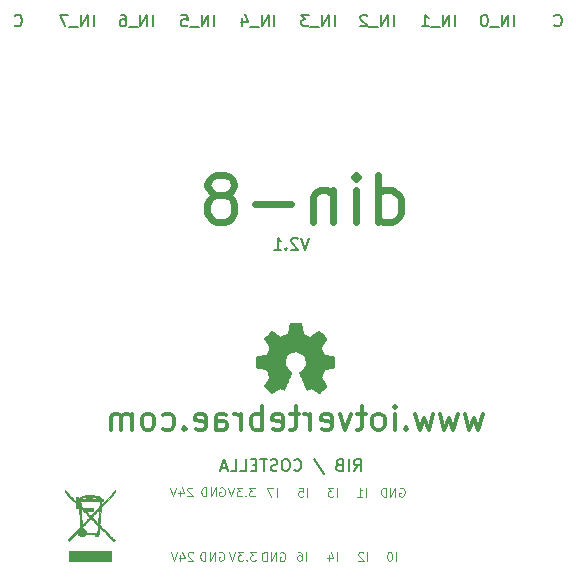
<source format=gbr>
%TF.GenerationSoftware,KiCad,Pcbnew,6.0.11+dfsg-1~bpo11+1*%
%TF.CreationDate,2023-07-05T16:17:00+02:00*%
%TF.ProjectId,din8rib21,64696e38-7269-4623-9231-2e6b69636164,1.1*%
%TF.SameCoordinates,Original*%
%TF.FileFunction,Legend,Bot*%
%TF.FilePolarity,Positive*%
%FSLAX46Y46*%
G04 Gerber Fmt 4.6, Leading zero omitted, Abs format (unit mm)*
G04 Created by KiCad (PCBNEW 6.0.11+dfsg-1~bpo11+1) date 2023-07-05 16:17:00*
%MOMM*%
%LPD*%
G01*
G04 APERTURE LIST*
%ADD10C,0.150000*%
%ADD11C,0.100000*%
%ADD12C,0.600000*%
%ADD13C,0.300000*%
%ADD14C,0.010000*%
G04 APERTURE END LIST*
D10*
X152823809Y-91452380D02*
X152490476Y-92452380D01*
X152157142Y-91452380D01*
X151871428Y-91547619D02*
X151823809Y-91500000D01*
X151728571Y-91452380D01*
X151490476Y-91452380D01*
X151395238Y-91500000D01*
X151347619Y-91547619D01*
X151300000Y-91642857D01*
X151300000Y-91738095D01*
X151347619Y-91880952D01*
X151919047Y-92452380D01*
X151300000Y-92452380D01*
X150871428Y-92357142D02*
X150823809Y-92404761D01*
X150871428Y-92452380D01*
X150919047Y-92404761D01*
X150871428Y-92357142D01*
X150871428Y-92452380D01*
X149871428Y-92452380D02*
X150442857Y-92452380D01*
X150157142Y-92452380D02*
X150157142Y-91452380D01*
X150252380Y-91595238D01*
X150347619Y-91690476D01*
X150442857Y-91738095D01*
X165180952Y-73552380D02*
X165180952Y-72552380D01*
X164704761Y-73552380D02*
X164704761Y-72552380D01*
X164133333Y-73552380D01*
X164133333Y-72552380D01*
X163895238Y-73647619D02*
X163133333Y-73647619D01*
X162371428Y-73552380D02*
X162942857Y-73552380D01*
X162657142Y-73552380D02*
X162657142Y-72552380D01*
X162752380Y-72695238D01*
X162847619Y-72790476D01*
X162942857Y-72838095D01*
D11*
X152557142Y-118799285D02*
X152557142Y-118049285D01*
X151878571Y-118049285D02*
X152021428Y-118049285D01*
X152092857Y-118085000D01*
X152128571Y-118120714D01*
X152200000Y-118227857D01*
X152235714Y-118370714D01*
X152235714Y-118656428D01*
X152200000Y-118727857D01*
X152164285Y-118763571D01*
X152092857Y-118799285D01*
X151950000Y-118799285D01*
X151878571Y-118763571D01*
X151842857Y-118727857D01*
X151807142Y-118656428D01*
X151807142Y-118477857D01*
X151842857Y-118406428D01*
X151878571Y-118370714D01*
X151950000Y-118335000D01*
X152092857Y-118335000D01*
X152164285Y-118370714D01*
X152200000Y-118406428D01*
X152235714Y-118477857D01*
D10*
X149880952Y-73552380D02*
X149880952Y-72552380D01*
X149404761Y-73552380D02*
X149404761Y-72552380D01*
X148833333Y-73552380D01*
X148833333Y-72552380D01*
X148595238Y-73647619D02*
X147833333Y-73647619D01*
X147166666Y-72885714D02*
X147166666Y-73552380D01*
X147404761Y-72504761D02*
X147642857Y-73219047D01*
X147023809Y-73219047D01*
D11*
X142992857Y-118130714D02*
X142957142Y-118095000D01*
X142885714Y-118059285D01*
X142707142Y-118059285D01*
X142635714Y-118095000D01*
X142600000Y-118130714D01*
X142564285Y-118202142D01*
X142564285Y-118273571D01*
X142600000Y-118380714D01*
X143028571Y-118809285D01*
X142564285Y-118809285D01*
X141921428Y-118309285D02*
X141921428Y-118809285D01*
X142100000Y-118023571D02*
X142278571Y-118559285D01*
X141814285Y-118559285D01*
X141635714Y-118059285D02*
X141385714Y-118809285D01*
X141135714Y-118059285D01*
D10*
X173590476Y-73457142D02*
X173638095Y-73504761D01*
X173780952Y-73552380D01*
X173876190Y-73552380D01*
X174019047Y-73504761D01*
X174114285Y-73409523D01*
X174161904Y-73314285D01*
X174209523Y-73123809D01*
X174209523Y-72980952D01*
X174161904Y-72790476D01*
X174114285Y-72695238D01*
X174019047Y-72600000D01*
X173876190Y-72552380D01*
X173780952Y-72552380D01*
X173638095Y-72600000D01*
X173590476Y-72647619D01*
D11*
X150371428Y-118105000D02*
X150442857Y-118069285D01*
X150550000Y-118069285D01*
X150657142Y-118105000D01*
X150728571Y-118176428D01*
X150764285Y-118247857D01*
X150800000Y-118390714D01*
X150800000Y-118497857D01*
X150764285Y-118640714D01*
X150728571Y-118712142D01*
X150657142Y-118783571D01*
X150550000Y-118819285D01*
X150478571Y-118819285D01*
X150371428Y-118783571D01*
X150335714Y-118747857D01*
X150335714Y-118497857D01*
X150478571Y-118497857D01*
X150014285Y-118819285D02*
X150014285Y-118069285D01*
X149585714Y-118819285D01*
X149585714Y-118069285D01*
X149228571Y-118819285D02*
X149228571Y-118069285D01*
X149050000Y-118069285D01*
X148942857Y-118105000D01*
X148871428Y-118176428D01*
X148835714Y-118247857D01*
X148800000Y-118390714D01*
X148800000Y-118497857D01*
X148835714Y-118640714D01*
X148871428Y-118712142D01*
X148942857Y-118783571D01*
X149050000Y-118819285D01*
X149228571Y-118819285D01*
D10*
X156605714Y-111202380D02*
X156939047Y-110726190D01*
X157177142Y-111202380D02*
X157177142Y-110202380D01*
X156796190Y-110202380D01*
X156700952Y-110250000D01*
X156653333Y-110297619D01*
X156605714Y-110392857D01*
X156605714Y-110535714D01*
X156653333Y-110630952D01*
X156700952Y-110678571D01*
X156796190Y-110726190D01*
X157177142Y-110726190D01*
X156177142Y-111202380D02*
X156177142Y-110202380D01*
X155367619Y-110678571D02*
X155224761Y-110726190D01*
X155177142Y-110773809D01*
X155129523Y-110869047D01*
X155129523Y-111011904D01*
X155177142Y-111107142D01*
X155224761Y-111154761D01*
X155320000Y-111202380D01*
X155700952Y-111202380D01*
X155700952Y-110202380D01*
X155367619Y-110202380D01*
X155272380Y-110250000D01*
X155224761Y-110297619D01*
X155177142Y-110392857D01*
X155177142Y-110488095D01*
X155224761Y-110583333D01*
X155272380Y-110630952D01*
X155367619Y-110678571D01*
X155700952Y-110678571D01*
X153224761Y-110154761D02*
X154081904Y-111440476D01*
X151558095Y-111107142D02*
X151605714Y-111154761D01*
X151748571Y-111202380D01*
X151843809Y-111202380D01*
X151986666Y-111154761D01*
X152081904Y-111059523D01*
X152129523Y-110964285D01*
X152177142Y-110773809D01*
X152177142Y-110630952D01*
X152129523Y-110440476D01*
X152081904Y-110345238D01*
X151986666Y-110250000D01*
X151843809Y-110202380D01*
X151748571Y-110202380D01*
X151605714Y-110250000D01*
X151558095Y-110297619D01*
X150939047Y-110202380D02*
X150748571Y-110202380D01*
X150653333Y-110250000D01*
X150558095Y-110345238D01*
X150510476Y-110535714D01*
X150510476Y-110869047D01*
X150558095Y-111059523D01*
X150653333Y-111154761D01*
X150748571Y-111202380D01*
X150939047Y-111202380D01*
X151034285Y-111154761D01*
X151129523Y-111059523D01*
X151177142Y-110869047D01*
X151177142Y-110535714D01*
X151129523Y-110345238D01*
X151034285Y-110250000D01*
X150939047Y-110202380D01*
X150129523Y-111154761D02*
X149986666Y-111202380D01*
X149748571Y-111202380D01*
X149653333Y-111154761D01*
X149605714Y-111107142D01*
X149558095Y-111011904D01*
X149558095Y-110916666D01*
X149605714Y-110821428D01*
X149653333Y-110773809D01*
X149748571Y-110726190D01*
X149939047Y-110678571D01*
X150034285Y-110630952D01*
X150081904Y-110583333D01*
X150129523Y-110488095D01*
X150129523Y-110392857D01*
X150081904Y-110297619D01*
X150034285Y-110250000D01*
X149939047Y-110202380D01*
X149700952Y-110202380D01*
X149558095Y-110250000D01*
X149272380Y-110202380D02*
X148700952Y-110202380D01*
X148986666Y-111202380D02*
X148986666Y-110202380D01*
X148367619Y-110678571D02*
X148034285Y-110678571D01*
X147891428Y-111202380D02*
X148367619Y-111202380D01*
X148367619Y-110202380D01*
X147891428Y-110202380D01*
X146986666Y-111202380D02*
X147462857Y-111202380D01*
X147462857Y-110202380D01*
X146177142Y-111202380D02*
X146653333Y-111202380D01*
X146653333Y-110202380D01*
X145891428Y-110916666D02*
X145415238Y-110916666D01*
X145986666Y-111202380D02*
X145653333Y-110202380D01*
X145320000Y-111202380D01*
D11*
X152657142Y-113359285D02*
X152657142Y-112609285D01*
X151942857Y-112609285D02*
X152300000Y-112609285D01*
X152335714Y-112966428D01*
X152300000Y-112930714D01*
X152228571Y-112895000D01*
X152050000Y-112895000D01*
X151978571Y-112930714D01*
X151942857Y-112966428D01*
X151907142Y-113037857D01*
X151907142Y-113216428D01*
X151942857Y-113287857D01*
X151978571Y-113323571D01*
X152050000Y-113359285D01*
X152228571Y-113359285D01*
X152300000Y-113323571D01*
X152335714Y-113287857D01*
X160481428Y-112645000D02*
X160552857Y-112609285D01*
X160660000Y-112609285D01*
X160767142Y-112645000D01*
X160838571Y-112716428D01*
X160874285Y-112787857D01*
X160910000Y-112930714D01*
X160910000Y-113037857D01*
X160874285Y-113180714D01*
X160838571Y-113252142D01*
X160767142Y-113323571D01*
X160660000Y-113359285D01*
X160588571Y-113359285D01*
X160481428Y-113323571D01*
X160445714Y-113287857D01*
X160445714Y-113037857D01*
X160588571Y-113037857D01*
X160124285Y-113359285D02*
X160124285Y-112609285D01*
X159695714Y-113359285D01*
X159695714Y-112609285D01*
X159338571Y-113359285D02*
X159338571Y-112609285D01*
X159160000Y-112609285D01*
X159052857Y-112645000D01*
X158981428Y-112716428D01*
X158945714Y-112787857D01*
X158910000Y-112930714D01*
X158910000Y-113037857D01*
X158945714Y-113180714D01*
X158981428Y-113252142D01*
X159052857Y-113323571D01*
X159160000Y-113359285D01*
X159338571Y-113359285D01*
D10*
X159980952Y-73552380D02*
X159980952Y-72552380D01*
X159504761Y-73552380D02*
X159504761Y-72552380D01*
X158933333Y-73552380D01*
X158933333Y-72552380D01*
X158695238Y-73647619D02*
X157933333Y-73647619D01*
X157742857Y-72647619D02*
X157695238Y-72600000D01*
X157600000Y-72552380D01*
X157361904Y-72552380D01*
X157266666Y-72600000D01*
X157219047Y-72647619D01*
X157171428Y-72742857D01*
X157171428Y-72838095D01*
X157219047Y-72980952D01*
X157790476Y-73552380D01*
X157171428Y-73552380D01*
X134580952Y-73552380D02*
X134580952Y-72552380D01*
X134104761Y-73552380D02*
X134104761Y-72552380D01*
X133533333Y-73552380D01*
X133533333Y-72552380D01*
X133295238Y-73647619D02*
X132533333Y-73647619D01*
X132390476Y-72552380D02*
X131723809Y-72552380D01*
X132152380Y-73552380D01*
D11*
X157747142Y-118809285D02*
X157747142Y-118059285D01*
X157425714Y-118130714D02*
X157390000Y-118095000D01*
X157318571Y-118059285D01*
X157140000Y-118059285D01*
X157068571Y-118095000D01*
X157032857Y-118130714D01*
X156997142Y-118202142D01*
X156997142Y-118273571D01*
X157032857Y-118380714D01*
X157461428Y-118809285D01*
X156997142Y-118809285D01*
D10*
X139580952Y-73552380D02*
X139580952Y-72552380D01*
X139104761Y-73552380D02*
X139104761Y-72552380D01*
X138533333Y-73552380D01*
X138533333Y-72552380D01*
X138295238Y-73647619D02*
X137533333Y-73647619D01*
X136866666Y-72552380D02*
X137057142Y-72552380D01*
X137152380Y-72600000D01*
X137200000Y-72647619D01*
X137295238Y-72790476D01*
X137342857Y-72980952D01*
X137342857Y-73361904D01*
X137295238Y-73457142D01*
X137247619Y-73504761D01*
X137152380Y-73552380D01*
X136961904Y-73552380D01*
X136866666Y-73504761D01*
X136819047Y-73457142D01*
X136771428Y-73361904D01*
X136771428Y-73123809D01*
X136819047Y-73028571D01*
X136866666Y-72980952D01*
X136961904Y-72933333D01*
X137152380Y-72933333D01*
X137247619Y-72980952D01*
X137295238Y-73028571D01*
X137342857Y-73123809D01*
D11*
X148237142Y-112599285D02*
X147772857Y-112599285D01*
X148022857Y-112885000D01*
X147915714Y-112885000D01*
X147844285Y-112920714D01*
X147808571Y-112956428D01*
X147772857Y-113027857D01*
X147772857Y-113206428D01*
X147808571Y-113277857D01*
X147844285Y-113313571D01*
X147915714Y-113349285D01*
X148130000Y-113349285D01*
X148201428Y-113313571D01*
X148237142Y-113277857D01*
X147451428Y-113277857D02*
X147415714Y-113313571D01*
X147451428Y-113349285D01*
X147487142Y-113313571D01*
X147451428Y-113277857D01*
X147451428Y-113349285D01*
X147165714Y-112599285D02*
X146701428Y-112599285D01*
X146951428Y-112885000D01*
X146844285Y-112885000D01*
X146772857Y-112920714D01*
X146737142Y-112956428D01*
X146701428Y-113027857D01*
X146701428Y-113206428D01*
X146737142Y-113277857D01*
X146772857Y-113313571D01*
X146844285Y-113349285D01*
X147058571Y-113349285D01*
X147130000Y-113313571D01*
X147165714Y-113277857D01*
X146487142Y-112599285D02*
X146237142Y-113349285D01*
X145987142Y-112599285D01*
D10*
X170180952Y-73552380D02*
X170180952Y-72552380D01*
X169704761Y-73552380D02*
X169704761Y-72552380D01*
X169133333Y-73552380D01*
X169133333Y-72552380D01*
X168895238Y-73647619D02*
X168133333Y-73647619D01*
X167704761Y-72552380D02*
X167609523Y-72552380D01*
X167514285Y-72600000D01*
X167466666Y-72647619D01*
X167419047Y-72742857D01*
X167371428Y-72933333D01*
X167371428Y-73171428D01*
X167419047Y-73361904D01*
X167466666Y-73457142D01*
X167514285Y-73504761D01*
X167609523Y-73552380D01*
X167704761Y-73552380D01*
X167800000Y-73504761D01*
X167847619Y-73457142D01*
X167895238Y-73361904D01*
X167942857Y-73171428D01*
X167942857Y-72933333D01*
X167895238Y-72742857D01*
X167847619Y-72647619D01*
X167800000Y-72600000D01*
X167704761Y-72552380D01*
D11*
X155167142Y-113359285D02*
X155167142Y-112609285D01*
X154881428Y-112609285D02*
X154417142Y-112609285D01*
X154667142Y-112895000D01*
X154560000Y-112895000D01*
X154488571Y-112930714D01*
X154452857Y-112966428D01*
X154417142Y-113037857D01*
X154417142Y-113216428D01*
X154452857Y-113287857D01*
X154488571Y-113323571D01*
X154560000Y-113359285D01*
X154774285Y-113359285D01*
X154845714Y-113323571D01*
X154881428Y-113287857D01*
X145191428Y-118095000D02*
X145262857Y-118059285D01*
X145370000Y-118059285D01*
X145477142Y-118095000D01*
X145548571Y-118166428D01*
X145584285Y-118237857D01*
X145620000Y-118380714D01*
X145620000Y-118487857D01*
X145584285Y-118630714D01*
X145548571Y-118702142D01*
X145477142Y-118773571D01*
X145370000Y-118809285D01*
X145298571Y-118809285D01*
X145191428Y-118773571D01*
X145155714Y-118737857D01*
X145155714Y-118487857D01*
X145298571Y-118487857D01*
X144834285Y-118809285D02*
X144834285Y-118059285D01*
X144405714Y-118809285D01*
X144405714Y-118059285D01*
X144048571Y-118809285D02*
X144048571Y-118059285D01*
X143870000Y-118059285D01*
X143762857Y-118095000D01*
X143691428Y-118166428D01*
X143655714Y-118237857D01*
X143620000Y-118380714D01*
X143620000Y-118487857D01*
X143655714Y-118630714D01*
X143691428Y-118702142D01*
X143762857Y-118773571D01*
X143870000Y-118809285D01*
X144048571Y-118809285D01*
X150087142Y-113359285D02*
X150087142Y-112609285D01*
X149801428Y-112609285D02*
X149301428Y-112609285D01*
X149622857Y-113359285D01*
D10*
X144780952Y-73552380D02*
X144780952Y-72552380D01*
X144304761Y-73552380D02*
X144304761Y-72552380D01*
X143733333Y-73552380D01*
X143733333Y-72552380D01*
X143495238Y-73647619D02*
X142733333Y-73647619D01*
X142019047Y-72552380D02*
X142495238Y-72552380D01*
X142542857Y-73028571D01*
X142495238Y-72980952D01*
X142400000Y-72933333D01*
X142161904Y-72933333D01*
X142066666Y-72980952D01*
X142019047Y-73028571D01*
X141971428Y-73123809D01*
X141971428Y-73361904D01*
X142019047Y-73457142D01*
X142066666Y-73504761D01*
X142161904Y-73552380D01*
X142400000Y-73552380D01*
X142495238Y-73504761D01*
X142542857Y-73457142D01*
D11*
X142942857Y-112670714D02*
X142907142Y-112635000D01*
X142835714Y-112599285D01*
X142657142Y-112599285D01*
X142585714Y-112635000D01*
X142550000Y-112670714D01*
X142514285Y-112742142D01*
X142514285Y-112813571D01*
X142550000Y-112920714D01*
X142978571Y-113349285D01*
X142514285Y-113349285D01*
X141871428Y-112849285D02*
X141871428Y-113349285D01*
X142050000Y-112563571D02*
X142228571Y-113099285D01*
X141764285Y-113099285D01*
X141585714Y-112599285D02*
X141335714Y-113349285D01*
X141085714Y-112599285D01*
D10*
X127890476Y-73457142D02*
X127938095Y-73504761D01*
X128080952Y-73552380D01*
X128176190Y-73552380D01*
X128319047Y-73504761D01*
X128414285Y-73409523D01*
X128461904Y-73314285D01*
X128509523Y-73123809D01*
X128509523Y-72980952D01*
X128461904Y-72790476D01*
X128414285Y-72695238D01*
X128319047Y-72600000D01*
X128176190Y-72552380D01*
X128080952Y-72552380D01*
X127938095Y-72600000D01*
X127890476Y-72647619D01*
D11*
X155147142Y-118839285D02*
X155147142Y-118089285D01*
X154468571Y-118339285D02*
X154468571Y-118839285D01*
X154647142Y-118053571D02*
X154825714Y-118589285D01*
X154361428Y-118589285D01*
X160187142Y-118809285D02*
X160187142Y-118059285D01*
X159687142Y-118059285D02*
X159615714Y-118059285D01*
X159544285Y-118095000D01*
X159508571Y-118130714D01*
X159472857Y-118202142D01*
X159437142Y-118345000D01*
X159437142Y-118523571D01*
X159472857Y-118666428D01*
X159508571Y-118737857D01*
X159544285Y-118773571D01*
X159615714Y-118809285D01*
X159687142Y-118809285D01*
X159758571Y-118773571D01*
X159794285Y-118737857D01*
X159830000Y-118666428D01*
X159865714Y-118523571D01*
X159865714Y-118345000D01*
X159830000Y-118202142D01*
X159794285Y-118130714D01*
X159758571Y-118095000D01*
X159687142Y-118059285D01*
D12*
X158685714Y-90109523D02*
X158685714Y-86109523D01*
X158685714Y-89919047D02*
X159066666Y-90109523D01*
X159828571Y-90109523D01*
X160209523Y-89919047D01*
X160400000Y-89728571D01*
X160590476Y-89347619D01*
X160590476Y-88204761D01*
X160400000Y-87823809D01*
X160209523Y-87633333D01*
X159828571Y-87442857D01*
X159066666Y-87442857D01*
X158685714Y-87633333D01*
X156780952Y-90109523D02*
X156780952Y-87442857D01*
X156780952Y-86109523D02*
X156971428Y-86300000D01*
X156780952Y-86490476D01*
X156590476Y-86300000D01*
X156780952Y-86109523D01*
X156780952Y-86490476D01*
X154876190Y-87442857D02*
X154876190Y-90109523D01*
X154876190Y-87823809D02*
X154685714Y-87633333D01*
X154304761Y-87442857D01*
X153733333Y-87442857D01*
X153352380Y-87633333D01*
X153161904Y-88014285D01*
X153161904Y-90109523D01*
X151257142Y-88585714D02*
X148209523Y-88585714D01*
X145733333Y-87823809D02*
X146114285Y-87633333D01*
X146304761Y-87442857D01*
X146495238Y-87061904D01*
X146495238Y-86871428D01*
X146304761Y-86490476D01*
X146114285Y-86300000D01*
X145733333Y-86109523D01*
X144971428Y-86109523D01*
X144590476Y-86300000D01*
X144400000Y-86490476D01*
X144209523Y-86871428D01*
X144209523Y-87061904D01*
X144400000Y-87442857D01*
X144590476Y-87633333D01*
X144971428Y-87823809D01*
X145733333Y-87823809D01*
X146114285Y-88014285D01*
X146304761Y-88204761D01*
X146495238Y-88585714D01*
X146495238Y-89347619D01*
X146304761Y-89728571D01*
X146114285Y-89919047D01*
X145733333Y-90109523D01*
X144971428Y-90109523D01*
X144590476Y-89919047D01*
X144400000Y-89728571D01*
X144209523Y-89347619D01*
X144209523Y-88585714D01*
X144400000Y-88204761D01*
X144590476Y-88014285D01*
X144971428Y-87823809D01*
D10*
X154980952Y-73552380D02*
X154980952Y-72552380D01*
X154504761Y-73552380D02*
X154504761Y-72552380D01*
X153933333Y-73552380D01*
X153933333Y-72552380D01*
X153695238Y-73647619D02*
X152933333Y-73647619D01*
X152790476Y-72552380D02*
X152171428Y-72552380D01*
X152504761Y-72933333D01*
X152361904Y-72933333D01*
X152266666Y-72980952D01*
X152219047Y-73028571D01*
X152171428Y-73123809D01*
X152171428Y-73361904D01*
X152219047Y-73457142D01*
X152266666Y-73504761D01*
X152361904Y-73552380D01*
X152647619Y-73552380D01*
X152742857Y-73504761D01*
X152790476Y-73457142D01*
D11*
X148317142Y-118059285D02*
X147852857Y-118059285D01*
X148102857Y-118345000D01*
X147995714Y-118345000D01*
X147924285Y-118380714D01*
X147888571Y-118416428D01*
X147852857Y-118487857D01*
X147852857Y-118666428D01*
X147888571Y-118737857D01*
X147924285Y-118773571D01*
X147995714Y-118809285D01*
X148210000Y-118809285D01*
X148281428Y-118773571D01*
X148317142Y-118737857D01*
X147531428Y-118737857D02*
X147495714Y-118773571D01*
X147531428Y-118809285D01*
X147567142Y-118773571D01*
X147531428Y-118737857D01*
X147531428Y-118809285D01*
X147245714Y-118059285D02*
X146781428Y-118059285D01*
X147031428Y-118345000D01*
X146924285Y-118345000D01*
X146852857Y-118380714D01*
X146817142Y-118416428D01*
X146781428Y-118487857D01*
X146781428Y-118666428D01*
X146817142Y-118737857D01*
X146852857Y-118773571D01*
X146924285Y-118809285D01*
X147138571Y-118809285D01*
X147210000Y-118773571D01*
X147245714Y-118737857D01*
X146567142Y-118059285D02*
X146317142Y-118809285D01*
X146067142Y-118059285D01*
X157637142Y-113359285D02*
X157637142Y-112609285D01*
X156887142Y-113359285D02*
X157315714Y-113359285D01*
X157101428Y-113359285D02*
X157101428Y-112609285D01*
X157172857Y-112716428D01*
X157244285Y-112787857D01*
X157315714Y-112823571D01*
X145271428Y-112625000D02*
X145342857Y-112589285D01*
X145450000Y-112589285D01*
X145557142Y-112625000D01*
X145628571Y-112696428D01*
X145664285Y-112767857D01*
X145700000Y-112910714D01*
X145700000Y-113017857D01*
X145664285Y-113160714D01*
X145628571Y-113232142D01*
X145557142Y-113303571D01*
X145450000Y-113339285D01*
X145378571Y-113339285D01*
X145271428Y-113303571D01*
X145235714Y-113267857D01*
X145235714Y-113017857D01*
X145378571Y-113017857D01*
X144914285Y-113339285D02*
X144914285Y-112589285D01*
X144485714Y-113339285D01*
X144485714Y-112589285D01*
X144128571Y-113339285D02*
X144128571Y-112589285D01*
X143950000Y-112589285D01*
X143842857Y-112625000D01*
X143771428Y-112696428D01*
X143735714Y-112767857D01*
X143700000Y-112910714D01*
X143700000Y-113017857D01*
X143735714Y-113160714D01*
X143771428Y-113232142D01*
X143842857Y-113303571D01*
X143950000Y-113339285D01*
X144128571Y-113339285D01*
D13*
X167509523Y-106371428D02*
X167128571Y-107704761D01*
X166747619Y-106752380D01*
X166366666Y-107704761D01*
X165985714Y-106371428D01*
X165414285Y-106371428D02*
X165033333Y-107704761D01*
X164652380Y-106752380D01*
X164271428Y-107704761D01*
X163890476Y-106371428D01*
X163319047Y-106371428D02*
X162938095Y-107704761D01*
X162557142Y-106752380D01*
X162176190Y-107704761D01*
X161795238Y-106371428D01*
X161033333Y-107514285D02*
X160938095Y-107609523D01*
X161033333Y-107704761D01*
X161128571Y-107609523D01*
X161033333Y-107514285D01*
X161033333Y-107704761D01*
X160080952Y-107704761D02*
X160080952Y-106371428D01*
X160080952Y-105704761D02*
X160176190Y-105800000D01*
X160080952Y-105895238D01*
X159985714Y-105800000D01*
X160080952Y-105704761D01*
X160080952Y-105895238D01*
X158842857Y-107704761D02*
X159033333Y-107609523D01*
X159128571Y-107514285D01*
X159223809Y-107323809D01*
X159223809Y-106752380D01*
X159128571Y-106561904D01*
X159033333Y-106466666D01*
X158842857Y-106371428D01*
X158557142Y-106371428D01*
X158366666Y-106466666D01*
X158271428Y-106561904D01*
X158176190Y-106752380D01*
X158176190Y-107323809D01*
X158271428Y-107514285D01*
X158366666Y-107609523D01*
X158557142Y-107704761D01*
X158842857Y-107704761D01*
X157604761Y-106371428D02*
X156842857Y-106371428D01*
X157319047Y-105704761D02*
X157319047Y-107419047D01*
X157223809Y-107609523D01*
X157033333Y-107704761D01*
X156842857Y-107704761D01*
X156366666Y-106371428D02*
X155890476Y-107704761D01*
X155414285Y-106371428D01*
X153890476Y-107609523D02*
X154080952Y-107704761D01*
X154461904Y-107704761D01*
X154652380Y-107609523D01*
X154747619Y-107419047D01*
X154747619Y-106657142D01*
X154652380Y-106466666D01*
X154461904Y-106371428D01*
X154080952Y-106371428D01*
X153890476Y-106466666D01*
X153795238Y-106657142D01*
X153795238Y-106847619D01*
X154747619Y-107038095D01*
X152938095Y-107704761D02*
X152938095Y-106371428D01*
X152938095Y-106752380D02*
X152842857Y-106561904D01*
X152747619Y-106466666D01*
X152557142Y-106371428D01*
X152366666Y-106371428D01*
X151985714Y-106371428D02*
X151223809Y-106371428D01*
X151700000Y-105704761D02*
X151700000Y-107419047D01*
X151604761Y-107609523D01*
X151414285Y-107704761D01*
X151223809Y-107704761D01*
X149795238Y-107609523D02*
X149985714Y-107704761D01*
X150366666Y-107704761D01*
X150557142Y-107609523D01*
X150652380Y-107419047D01*
X150652380Y-106657142D01*
X150557142Y-106466666D01*
X150366666Y-106371428D01*
X149985714Y-106371428D01*
X149795238Y-106466666D01*
X149700000Y-106657142D01*
X149700000Y-106847619D01*
X150652380Y-107038095D01*
X148842857Y-107704761D02*
X148842857Y-105704761D01*
X148842857Y-106466666D02*
X148652380Y-106371428D01*
X148271428Y-106371428D01*
X148080952Y-106466666D01*
X147985714Y-106561904D01*
X147890476Y-106752380D01*
X147890476Y-107323809D01*
X147985714Y-107514285D01*
X148080952Y-107609523D01*
X148271428Y-107704761D01*
X148652380Y-107704761D01*
X148842857Y-107609523D01*
X147033333Y-107704761D02*
X147033333Y-106371428D01*
X147033333Y-106752380D02*
X146938095Y-106561904D01*
X146842857Y-106466666D01*
X146652380Y-106371428D01*
X146461904Y-106371428D01*
X144938095Y-107704761D02*
X144938095Y-106657142D01*
X145033333Y-106466666D01*
X145223809Y-106371428D01*
X145604761Y-106371428D01*
X145795238Y-106466666D01*
X144938095Y-107609523D02*
X145128571Y-107704761D01*
X145604761Y-107704761D01*
X145795238Y-107609523D01*
X145890476Y-107419047D01*
X145890476Y-107228571D01*
X145795238Y-107038095D01*
X145604761Y-106942857D01*
X145128571Y-106942857D01*
X144938095Y-106847619D01*
X143223809Y-107609523D02*
X143414285Y-107704761D01*
X143795238Y-107704761D01*
X143985714Y-107609523D01*
X144080952Y-107419047D01*
X144080952Y-106657142D01*
X143985714Y-106466666D01*
X143795238Y-106371428D01*
X143414285Y-106371428D01*
X143223809Y-106466666D01*
X143128571Y-106657142D01*
X143128571Y-106847619D01*
X144080952Y-107038095D01*
X142271428Y-107514285D02*
X142176190Y-107609523D01*
X142271428Y-107704761D01*
X142366666Y-107609523D01*
X142271428Y-107514285D01*
X142271428Y-107704761D01*
X140461904Y-107609523D02*
X140652380Y-107704761D01*
X141033333Y-107704761D01*
X141223809Y-107609523D01*
X141319047Y-107514285D01*
X141414285Y-107323809D01*
X141414285Y-106752380D01*
X141319047Y-106561904D01*
X141223809Y-106466666D01*
X141033333Y-106371428D01*
X140652380Y-106371428D01*
X140461904Y-106466666D01*
X139319047Y-107704761D02*
X139509523Y-107609523D01*
X139604761Y-107514285D01*
X139700000Y-107323809D01*
X139700000Y-106752380D01*
X139604761Y-106561904D01*
X139509523Y-106466666D01*
X139319047Y-106371428D01*
X139033333Y-106371428D01*
X138842857Y-106466666D01*
X138747619Y-106561904D01*
X138652380Y-106752380D01*
X138652380Y-107323809D01*
X138747619Y-107514285D01*
X138842857Y-107609523D01*
X139033333Y-107704761D01*
X139319047Y-107704761D01*
X137795238Y-107704761D02*
X137795238Y-106371428D01*
X137795238Y-106561904D02*
X137700000Y-106466666D01*
X137509523Y-106371428D01*
X137223809Y-106371428D01*
X137033333Y-106466666D01*
X136938095Y-106657142D01*
X136938095Y-107704761D01*
X136938095Y-106657142D02*
X136842857Y-106466666D01*
X136652380Y-106371428D01*
X136366666Y-106371428D01*
X136176190Y-106466666D01*
X136080952Y-106657142D01*
X136080952Y-107704761D01*
%TO.C,REF\u002A\u002A*%
G36*
X136052971Y-118857822D02*
G01*
X132532178Y-118857822D01*
X132532178Y-117990198D01*
X136052971Y-117990198D01*
X136052971Y-118857822D01*
G37*
D14*
X136052971Y-118857822D02*
X132532178Y-118857822D01*
X132532178Y-117990198D01*
X136052971Y-117990198D01*
X136052971Y-118857822D01*
G36*
X135291662Y-113600696D02*
G01*
X135331314Y-113601782D01*
X135399109Y-113601782D01*
X135399109Y-113714951D01*
X135239577Y-113714951D01*
X135224682Y-113892732D01*
X135222682Y-113917037D01*
X135218023Y-113977880D01*
X135214731Y-114027389D01*
X135213092Y-114060992D01*
X135213390Y-114074116D01*
X135217724Y-114070343D01*
X135237496Y-114050676D01*
X135271679Y-114015818D01*
X135318541Y-113967576D01*
X135376354Y-113907757D01*
X135443387Y-113838167D01*
X135517912Y-113760615D01*
X135598197Y-113676907D01*
X135682513Y-113588849D01*
X135769130Y-113498250D01*
X135856319Y-113406915D01*
X135942349Y-113316653D01*
X136025492Y-113229269D01*
X136104016Y-113146572D01*
X136176192Y-113070368D01*
X136240291Y-113002463D01*
X136294583Y-112944666D01*
X136391592Y-112841040D01*
X136392034Y-112929315D01*
X136392475Y-113017589D01*
X135791938Y-113649158D01*
X135191401Y-114280726D01*
X135179396Y-114424674D01*
X135131365Y-115000635D01*
X135122876Y-115102791D01*
X135112343Y-115230612D01*
X135102621Y-115349767D01*
X135093898Y-115457914D01*
X135086358Y-115552713D01*
X135080187Y-115631819D01*
X135075573Y-115692892D01*
X135072700Y-115733590D01*
X135071754Y-115751570D01*
X135074251Y-115759808D01*
X135085471Y-115777599D01*
X135106751Y-115804411D01*
X135117021Y-115816129D01*
X135139225Y-115841466D01*
X135184023Y-115889986D01*
X135242281Y-115951192D01*
X135315129Y-116026307D01*
X135403703Y-116116550D01*
X135509134Y-116223145D01*
X135578492Y-116293093D01*
X135675179Y-116390658D01*
X135771526Y-116487941D01*
X135864638Y-116582014D01*
X135951618Y-116669950D01*
X136029569Y-116748820D01*
X136095596Y-116815699D01*
X136146802Y-116867658D01*
X136347514Y-117071620D01*
X136311058Y-117109671D01*
X136302460Y-117118245D01*
X136277095Y-117139297D01*
X136259695Y-117147723D01*
X136246071Y-117140530D01*
X136220743Y-117118944D01*
X136190379Y-117087995D01*
X136171896Y-117068448D01*
X136137427Y-117032752D01*
X136088712Y-116982684D01*
X136027469Y-116920001D01*
X135955420Y-116846457D01*
X135874285Y-116763810D01*
X135785784Y-116673815D01*
X135691637Y-116578228D01*
X135593565Y-116478805D01*
X135051161Y-115929343D01*
X135029066Y-116214746D01*
X135024250Y-116275662D01*
X135017216Y-116357548D01*
X135010872Y-116419569D01*
X135004748Y-116464987D01*
X134998373Y-116497062D01*
X134991277Y-116519052D01*
X134982991Y-116534219D01*
X134971393Y-116555416D01*
X134961850Y-116594386D01*
X134959010Y-116650531D01*
X134959010Y-116732773D01*
X134732674Y-116732773D01*
X134732674Y-116556733D01*
X133887082Y-116556733D01*
X133838203Y-116612262D01*
X133824836Y-116626722D01*
X133752388Y-116684813D01*
X133670532Y-116720576D01*
X133581900Y-116732773D01*
X133503692Y-116726306D01*
X133415233Y-116699047D01*
X133339507Y-116650328D01*
X133324748Y-116636403D01*
X133287864Y-116591328D01*
X133255503Y-116538819D01*
X133232297Y-116487061D01*
X133222879Y-116444239D01*
X133222697Y-116438023D01*
X133221342Y-116415246D01*
X133217800Y-116399513D01*
X133210390Y-116392068D01*
X133197431Y-116394156D01*
X133177243Y-116407020D01*
X133148145Y-116431905D01*
X133108456Y-116470053D01*
X133056496Y-116522710D01*
X132990584Y-116591119D01*
X132909040Y-116676524D01*
X132865604Y-116722112D01*
X132793000Y-116798441D01*
X132724309Y-116870808D01*
X132662223Y-116936366D01*
X132609434Y-116992274D01*
X132568634Y-117035686D01*
X132542515Y-117063758D01*
X132471119Y-117141436D01*
X132382863Y-117053416D01*
X132928690Y-116481287D01*
X132963105Y-116445188D01*
X133085546Y-116316272D01*
X133190651Y-116204754D01*
X133278736Y-116110288D01*
X133350116Y-116032529D01*
X133400588Y-115976174D01*
X133607247Y-115976174D01*
X133608872Y-115989434D01*
X133609156Y-115990819D01*
X133622698Y-116022228D01*
X133649748Y-116036863D01*
X133733129Y-116068063D01*
X133807418Y-116120038D01*
X133865846Y-116188791D01*
X133905890Y-116271315D01*
X133925026Y-116364606D01*
X133931364Y-116443565D01*
X134880838Y-116443565D01*
X134887458Y-116415273D01*
X134888629Y-116408329D01*
X134892268Y-116377281D01*
X134897234Y-116327081D01*
X134903157Y-116261727D01*
X134909669Y-116185219D01*
X134916401Y-116101555D01*
X134938724Y-115816129D01*
X134637826Y-115510565D01*
X134582636Y-115454704D01*
X134515109Y-115386888D01*
X134454529Y-115326643D01*
X134403021Y-115276052D01*
X134362710Y-115237200D01*
X134335722Y-115212170D01*
X134324182Y-115203046D01*
X134316444Y-115207405D01*
X134293395Y-115227241D01*
X134258709Y-115260375D01*
X134215487Y-115303820D01*
X134166832Y-115354587D01*
X134154140Y-115368051D01*
X134097229Y-115428275D01*
X134029414Y-115499864D01*
X133955800Y-115577437D01*
X133881493Y-115655611D01*
X133811599Y-115729005D01*
X133807401Y-115733409D01*
X133742420Y-115801785D01*
X133692836Y-115854732D01*
X133656688Y-115894767D01*
X133632016Y-115924411D01*
X133616858Y-115946181D01*
X133609256Y-115962595D01*
X133607247Y-115976174D01*
X133400588Y-115976174D01*
X133405105Y-115971131D01*
X133444019Y-115925748D01*
X133467173Y-115896035D01*
X133474882Y-115881644D01*
X133474883Y-115881559D01*
X133473825Y-115863624D01*
X133470737Y-115823421D01*
X133465858Y-115763687D01*
X133459432Y-115687158D01*
X133451700Y-115596569D01*
X133442905Y-115494657D01*
X133433287Y-115384159D01*
X133423091Y-115267811D01*
X133412556Y-115148348D01*
X133401926Y-115028507D01*
X133391442Y-114911025D01*
X133381346Y-114798637D01*
X133371881Y-114694081D01*
X133363288Y-114600091D01*
X133355809Y-114519405D01*
X133349687Y-114454759D01*
X133345162Y-114408888D01*
X133342478Y-114384530D01*
X133337067Y-114343732D01*
X133466253Y-114343732D01*
X133467908Y-114374653D01*
X133471549Y-114426653D01*
X133476995Y-114497487D01*
X133484063Y-114584911D01*
X133492570Y-114686681D01*
X133502335Y-114800552D01*
X133513174Y-114924279D01*
X133524907Y-115055618D01*
X133534079Y-115156908D01*
X133545566Y-115282526D01*
X133556322Y-115398762D01*
X133566131Y-115503380D01*
X133574781Y-115594140D01*
X133582057Y-115668804D01*
X133587746Y-115725134D01*
X133591634Y-115760891D01*
X133593506Y-115773837D01*
X133599188Y-115769826D01*
X133620020Y-115750138D01*
X133653872Y-115716322D01*
X133698412Y-115670837D01*
X133751310Y-115616146D01*
X133810236Y-115554710D01*
X133872858Y-115488990D01*
X133936848Y-115421449D01*
X133999874Y-115354547D01*
X134059606Y-115290746D01*
X134113713Y-115232507D01*
X134159865Y-115182292D01*
X134195733Y-115142563D01*
X134218984Y-115115780D01*
X134225778Y-115106477D01*
X134407601Y-115106477D01*
X134683305Y-115381968D01*
X134750726Y-115449224D01*
X134814267Y-115512162D01*
X134863490Y-115560100D01*
X134900196Y-115594594D01*
X134926190Y-115617199D01*
X134943276Y-115629471D01*
X134953256Y-115632966D01*
X134957935Y-115629238D01*
X134959116Y-115619844D01*
X134959873Y-115604749D01*
X134962601Y-115565883D01*
X134967108Y-115506895D01*
X134973179Y-115430473D01*
X134980596Y-115339305D01*
X134989142Y-115236080D01*
X134998602Y-115123483D01*
X135008758Y-115004205D01*
X135017723Y-114899077D01*
X135027066Y-114788351D01*
X135035443Y-114687814D01*
X135042653Y-114599943D01*
X135048496Y-114527215D01*
X135052769Y-114472110D01*
X135055273Y-114437104D01*
X135055805Y-114424674D01*
X135055384Y-114424908D01*
X135043509Y-114436350D01*
X135017130Y-114463198D01*
X134978570Y-114503018D01*
X134930153Y-114553372D01*
X134874203Y-114611828D01*
X134813042Y-114675948D01*
X134748995Y-114743298D01*
X134684385Y-114811443D01*
X134621535Y-114877948D01*
X134562768Y-114940377D01*
X134510409Y-114996295D01*
X134409533Y-115104406D01*
X134407601Y-115106477D01*
X134225778Y-115106477D01*
X134227290Y-115104406D01*
X134219148Y-115093383D01*
X134195478Y-115066999D01*
X134158478Y-115027527D01*
X134110350Y-114977191D01*
X134053296Y-114918217D01*
X133989520Y-114852830D01*
X133921222Y-114783255D01*
X133850605Y-114711716D01*
X133779871Y-114640438D01*
X133711222Y-114571647D01*
X133646861Y-114507566D01*
X133588989Y-114450422D01*
X133539810Y-114402439D01*
X133501524Y-114365841D01*
X133476334Y-114342854D01*
X133466442Y-114335703D01*
X133466253Y-114343732D01*
X133337067Y-114343732D01*
X133335390Y-114331089D01*
X133060297Y-114331089D01*
X133060140Y-114230495D01*
X133160891Y-114230495D01*
X133242624Y-114230495D01*
X133249895Y-114230489D01*
X133290950Y-114229613D01*
X133313277Y-114225867D01*
X133322529Y-114217270D01*
X133324357Y-114201840D01*
X133316306Y-114179159D01*
X133288730Y-114141428D01*
X133242624Y-114092179D01*
X133160891Y-114011172D01*
X133160891Y-114230495D01*
X133060140Y-114230495D01*
X133059968Y-114120471D01*
X133059639Y-113909852D01*
X132607914Y-113450891D01*
X132156189Y-112991931D01*
X132155570Y-112904848D01*
X132154951Y-112817767D01*
X132696769Y-113366952D01*
X132749137Y-113419998D01*
X132857803Y-113529772D01*
X132950709Y-113623114D01*
X133029055Y-113701173D01*
X133094043Y-113765097D01*
X133146872Y-113816035D01*
X133188743Y-113855135D01*
X133220855Y-113883548D01*
X133244410Y-113902420D01*
X133260608Y-113912901D01*
X133270649Y-113916139D01*
X133287579Y-113915158D01*
X133297084Y-113907996D01*
X133298723Y-113888401D01*
X133294782Y-113850124D01*
X133292065Y-113826025D01*
X133288284Y-113785744D01*
X133286760Y-113758961D01*
X133286015Y-113749728D01*
X133278746Y-113739839D01*
X133258668Y-113736562D01*
X133219689Y-113737992D01*
X133209737Y-113738553D01*
X133169898Y-113737921D01*
X133141560Y-113729167D01*
X133121586Y-113714951D01*
X133404852Y-113714951D01*
X133409013Y-113762104D01*
X133410935Y-113783498D01*
X133416924Y-113841909D01*
X133422826Y-113880381D01*
X133429727Y-113902912D01*
X133438712Y-113913498D01*
X133450870Y-113916139D01*
X133461801Y-113917937D01*
X133469050Y-113926530D01*
X133473100Y-113946505D01*
X133474863Y-113982450D01*
X133475248Y-114038952D01*
X133475248Y-114161766D01*
X133515447Y-114201840D01*
X133613565Y-114299654D01*
X133751881Y-114437542D01*
X133751881Y-114331089D01*
X134506337Y-114331089D01*
X134506337Y-114570000D01*
X133887831Y-114570000D01*
X134097592Y-114786906D01*
X134137770Y-114828334D01*
X134193328Y-114885200D01*
X134241570Y-114934082D01*
X134279971Y-114972441D01*
X134306003Y-114997741D01*
X134317140Y-115007442D01*
X134321373Y-115004767D01*
X134341224Y-114986782D01*
X134375451Y-114953481D01*
X134422227Y-114906712D01*
X134479724Y-114848325D01*
X134546112Y-114780169D01*
X134619564Y-114704094D01*
X134698251Y-114621950D01*
X134777341Y-114538943D01*
X134854871Y-114457136D01*
X134917746Y-114390083D01*
X134967502Y-114336007D01*
X135005678Y-114293129D01*
X135033811Y-114259673D01*
X135053440Y-114233861D01*
X135066101Y-114213914D01*
X135073334Y-114198056D01*
X135076675Y-114184509D01*
X135077561Y-114177910D01*
X135081488Y-114141548D01*
X135086459Y-114088018D01*
X135091927Y-114023421D01*
X135097344Y-113953862D01*
X135099181Y-113929635D01*
X135104488Y-113864178D01*
X135109548Y-113807717D01*
X135113863Y-113765618D01*
X135116934Y-113743243D01*
X135122955Y-113714951D01*
X133404852Y-113714951D01*
X133121586Y-113714951D01*
X133113630Y-113709289D01*
X133108820Y-113705104D01*
X133069482Y-113654427D01*
X133053903Y-113601782D01*
X133394698Y-113601782D01*
X134809221Y-113601782D01*
X135021881Y-113601782D01*
X135078908Y-113601782D01*
X135095993Y-113601662D01*
X135121308Y-113599462D01*
X135128616Y-113592334D01*
X135122943Y-113577508D01*
X135121267Y-113574682D01*
X135102448Y-113552944D01*
X135075183Y-113528820D01*
X135047987Y-113509254D01*
X135029371Y-113501188D01*
X135027697Y-113502463D01*
X135023544Y-113519976D01*
X135021881Y-113551485D01*
X135021881Y-113601782D01*
X134809221Y-113601782D01*
X134805526Y-113511095D01*
X134801832Y-113420407D01*
X134726386Y-113405252D01*
X134688551Y-113398379D01*
X134625368Y-113388756D01*
X134566065Y-113381496D01*
X134481188Y-113372893D01*
X134481188Y-113476040D01*
X133902773Y-113476040D01*
X133902773Y-113385122D01*
X133830471Y-113393753D01*
X133719998Y-113412249D01*
X133608816Y-113445691D01*
X133516850Y-113492324D01*
X133442542Y-113552786D01*
X133394698Y-113601782D01*
X133053903Y-113601782D01*
X133052172Y-113595934D01*
X133057474Y-113534575D01*
X133085975Y-113475297D01*
X133088733Y-113471606D01*
X133126822Y-113439851D01*
X133176476Y-113421067D01*
X133230002Y-113416071D01*
X133279707Y-113425678D01*
X133317900Y-113450704D01*
X133330831Y-113463480D01*
X133343428Y-113466576D01*
X133361467Y-113456998D01*
X133391928Y-113433082D01*
X133401274Y-113425731D01*
X133473430Y-113379339D01*
X133558915Y-113338084D01*
X133628830Y-113312575D01*
X134003367Y-113312575D01*
X134003367Y-113375446D01*
X134380594Y-113375446D01*
X134380594Y-113312575D01*
X134003367Y-113312575D01*
X133628830Y-113312575D01*
X133649767Y-113304936D01*
X133738027Y-113282868D01*
X133815736Y-113274852D01*
X133823991Y-113274788D01*
X133869879Y-113270321D01*
X133895079Y-113257795D01*
X133902773Y-113235784D01*
X133903676Y-113228849D01*
X133908615Y-113222885D01*
X133920611Y-113218519D01*
X133942680Y-113215503D01*
X133977836Y-113213590D01*
X134029094Y-113212530D01*
X134099471Y-113212077D01*
X134191980Y-113211980D01*
X134278660Y-113212150D01*
X134352332Y-113212834D01*
X134406265Y-113214215D01*
X134443288Y-113216470D01*
X134466230Y-113219778D01*
X134477920Y-113224320D01*
X134481188Y-113230272D01*
X134491937Y-113244888D01*
X134522055Y-113254215D01*
X134533582Y-113255847D01*
X134572886Y-113261591D01*
X134625188Y-113269378D01*
X134682376Y-113278003D01*
X134713916Y-113282393D01*
X134760074Y-113287148D01*
X134792641Y-113288295D01*
X134806023Y-113285495D01*
X134808308Y-113283671D01*
X134829405Y-113279165D01*
X134867355Y-113276029D01*
X134916048Y-113274852D01*
X135021881Y-113274852D01*
X135021894Y-113312575D01*
X135021894Y-113315718D01*
X135022388Y-113328668D01*
X135028819Y-113350411D01*
X135047123Y-113368851D01*
X135082830Y-113390801D01*
X135114174Y-113410854D01*
X135161893Y-113449356D01*
X135205138Y-113492579D01*
X135238219Y-113534627D01*
X135255442Y-113569604D01*
X135259662Y-113583081D01*
X135267480Y-113592334D01*
X135270116Y-113595454D01*
X135291662Y-113600696D01*
G37*
X135291662Y-113600696D02*
X135331314Y-113601782D01*
X135399109Y-113601782D01*
X135399109Y-113714951D01*
X135239577Y-113714951D01*
X135224682Y-113892732D01*
X135222682Y-113917037D01*
X135218023Y-113977880D01*
X135214731Y-114027389D01*
X135213092Y-114060992D01*
X135213390Y-114074116D01*
X135217724Y-114070343D01*
X135237496Y-114050676D01*
X135271679Y-114015818D01*
X135318541Y-113967576D01*
X135376354Y-113907757D01*
X135443387Y-113838167D01*
X135517912Y-113760615D01*
X135598197Y-113676907D01*
X135682513Y-113588849D01*
X135769130Y-113498250D01*
X135856319Y-113406915D01*
X135942349Y-113316653D01*
X136025492Y-113229269D01*
X136104016Y-113146572D01*
X136176192Y-113070368D01*
X136240291Y-113002463D01*
X136294583Y-112944666D01*
X136391592Y-112841040D01*
X136392034Y-112929315D01*
X136392475Y-113017589D01*
X135791938Y-113649158D01*
X135191401Y-114280726D01*
X135179396Y-114424674D01*
X135131365Y-115000635D01*
X135122876Y-115102791D01*
X135112343Y-115230612D01*
X135102621Y-115349767D01*
X135093898Y-115457914D01*
X135086358Y-115552713D01*
X135080187Y-115631819D01*
X135075573Y-115692892D01*
X135072700Y-115733590D01*
X135071754Y-115751570D01*
X135074251Y-115759808D01*
X135085471Y-115777599D01*
X135106751Y-115804411D01*
X135117021Y-115816129D01*
X135139225Y-115841466D01*
X135184023Y-115889986D01*
X135242281Y-115951192D01*
X135315129Y-116026307D01*
X135403703Y-116116550D01*
X135509134Y-116223145D01*
X135578492Y-116293093D01*
X135675179Y-116390658D01*
X135771526Y-116487941D01*
X135864638Y-116582014D01*
X135951618Y-116669950D01*
X136029569Y-116748820D01*
X136095596Y-116815699D01*
X136146802Y-116867658D01*
X136347514Y-117071620D01*
X136311058Y-117109671D01*
X136302460Y-117118245D01*
X136277095Y-117139297D01*
X136259695Y-117147723D01*
X136246071Y-117140530D01*
X136220743Y-117118944D01*
X136190379Y-117087995D01*
X136171896Y-117068448D01*
X136137427Y-117032752D01*
X136088712Y-116982684D01*
X136027469Y-116920001D01*
X135955420Y-116846457D01*
X135874285Y-116763810D01*
X135785784Y-116673815D01*
X135691637Y-116578228D01*
X135593565Y-116478805D01*
X135051161Y-115929343D01*
X135029066Y-116214746D01*
X135024250Y-116275662D01*
X135017216Y-116357548D01*
X135010872Y-116419569D01*
X135004748Y-116464987D01*
X134998373Y-116497062D01*
X134991277Y-116519052D01*
X134982991Y-116534219D01*
X134971393Y-116555416D01*
X134961850Y-116594386D01*
X134959010Y-116650531D01*
X134959010Y-116732773D01*
X134732674Y-116732773D01*
X134732674Y-116556733D01*
X133887082Y-116556733D01*
X133838203Y-116612262D01*
X133824836Y-116626722D01*
X133752388Y-116684813D01*
X133670532Y-116720576D01*
X133581900Y-116732773D01*
X133503692Y-116726306D01*
X133415233Y-116699047D01*
X133339507Y-116650328D01*
X133324748Y-116636403D01*
X133287864Y-116591328D01*
X133255503Y-116538819D01*
X133232297Y-116487061D01*
X133222879Y-116444239D01*
X133222697Y-116438023D01*
X133221342Y-116415246D01*
X133217800Y-116399513D01*
X133210390Y-116392068D01*
X133197431Y-116394156D01*
X133177243Y-116407020D01*
X133148145Y-116431905D01*
X133108456Y-116470053D01*
X133056496Y-116522710D01*
X132990584Y-116591119D01*
X132909040Y-116676524D01*
X132865604Y-116722112D01*
X132793000Y-116798441D01*
X132724309Y-116870808D01*
X132662223Y-116936366D01*
X132609434Y-116992274D01*
X132568634Y-117035686D01*
X132542515Y-117063758D01*
X132471119Y-117141436D01*
X132382863Y-117053416D01*
X132928690Y-116481287D01*
X132963105Y-116445188D01*
X133085546Y-116316272D01*
X133190651Y-116204754D01*
X133278736Y-116110288D01*
X133350116Y-116032529D01*
X133400588Y-115976174D01*
X133607247Y-115976174D01*
X133608872Y-115989434D01*
X133609156Y-115990819D01*
X133622698Y-116022228D01*
X133649748Y-116036863D01*
X133733129Y-116068063D01*
X133807418Y-116120038D01*
X133865846Y-116188791D01*
X133905890Y-116271315D01*
X133925026Y-116364606D01*
X133931364Y-116443565D01*
X134880838Y-116443565D01*
X134887458Y-116415273D01*
X134888629Y-116408329D01*
X134892268Y-116377281D01*
X134897234Y-116327081D01*
X134903157Y-116261727D01*
X134909669Y-116185219D01*
X134916401Y-116101555D01*
X134938724Y-115816129D01*
X134637826Y-115510565D01*
X134582636Y-115454704D01*
X134515109Y-115386888D01*
X134454529Y-115326643D01*
X134403021Y-115276052D01*
X134362710Y-115237200D01*
X134335722Y-115212170D01*
X134324182Y-115203046D01*
X134316444Y-115207405D01*
X134293395Y-115227241D01*
X134258709Y-115260375D01*
X134215487Y-115303820D01*
X134166832Y-115354587D01*
X134154140Y-115368051D01*
X134097229Y-115428275D01*
X134029414Y-115499864D01*
X133955800Y-115577437D01*
X133881493Y-115655611D01*
X133811599Y-115729005D01*
X133807401Y-115733409D01*
X133742420Y-115801785D01*
X133692836Y-115854732D01*
X133656688Y-115894767D01*
X133632016Y-115924411D01*
X133616858Y-115946181D01*
X133609256Y-115962595D01*
X133607247Y-115976174D01*
X133400588Y-115976174D01*
X133405105Y-115971131D01*
X133444019Y-115925748D01*
X133467173Y-115896035D01*
X133474882Y-115881644D01*
X133474883Y-115881559D01*
X133473825Y-115863624D01*
X133470737Y-115823421D01*
X133465858Y-115763687D01*
X133459432Y-115687158D01*
X133451700Y-115596569D01*
X133442905Y-115494657D01*
X133433287Y-115384159D01*
X133423091Y-115267811D01*
X133412556Y-115148348D01*
X133401926Y-115028507D01*
X133391442Y-114911025D01*
X133381346Y-114798637D01*
X133371881Y-114694081D01*
X133363288Y-114600091D01*
X133355809Y-114519405D01*
X133349687Y-114454759D01*
X133345162Y-114408888D01*
X133342478Y-114384530D01*
X133337067Y-114343732D01*
X133466253Y-114343732D01*
X133467908Y-114374653D01*
X133471549Y-114426653D01*
X133476995Y-114497487D01*
X133484063Y-114584911D01*
X133492570Y-114686681D01*
X133502335Y-114800552D01*
X133513174Y-114924279D01*
X133524907Y-115055618D01*
X133534079Y-115156908D01*
X133545566Y-115282526D01*
X133556322Y-115398762D01*
X133566131Y-115503380D01*
X133574781Y-115594140D01*
X133582057Y-115668804D01*
X133587746Y-115725134D01*
X133591634Y-115760891D01*
X133593506Y-115773837D01*
X133599188Y-115769826D01*
X133620020Y-115750138D01*
X133653872Y-115716322D01*
X133698412Y-115670837D01*
X133751310Y-115616146D01*
X133810236Y-115554710D01*
X133872858Y-115488990D01*
X133936848Y-115421449D01*
X133999874Y-115354547D01*
X134059606Y-115290746D01*
X134113713Y-115232507D01*
X134159865Y-115182292D01*
X134195733Y-115142563D01*
X134218984Y-115115780D01*
X134225778Y-115106477D01*
X134407601Y-115106477D01*
X134683305Y-115381968D01*
X134750726Y-115449224D01*
X134814267Y-115512162D01*
X134863490Y-115560100D01*
X134900196Y-115594594D01*
X134926190Y-115617199D01*
X134943276Y-115629471D01*
X134953256Y-115632966D01*
X134957935Y-115629238D01*
X134959116Y-115619844D01*
X134959873Y-115604749D01*
X134962601Y-115565883D01*
X134967108Y-115506895D01*
X134973179Y-115430473D01*
X134980596Y-115339305D01*
X134989142Y-115236080D01*
X134998602Y-115123483D01*
X135008758Y-115004205D01*
X135017723Y-114899077D01*
X135027066Y-114788351D01*
X135035443Y-114687814D01*
X135042653Y-114599943D01*
X135048496Y-114527215D01*
X135052769Y-114472110D01*
X135055273Y-114437104D01*
X135055805Y-114424674D01*
X135055384Y-114424908D01*
X135043509Y-114436350D01*
X135017130Y-114463198D01*
X134978570Y-114503018D01*
X134930153Y-114553372D01*
X134874203Y-114611828D01*
X134813042Y-114675948D01*
X134748995Y-114743298D01*
X134684385Y-114811443D01*
X134621535Y-114877948D01*
X134562768Y-114940377D01*
X134510409Y-114996295D01*
X134409533Y-115104406D01*
X134407601Y-115106477D01*
X134225778Y-115106477D01*
X134227290Y-115104406D01*
X134219148Y-115093383D01*
X134195478Y-115066999D01*
X134158478Y-115027527D01*
X134110350Y-114977191D01*
X134053296Y-114918217D01*
X133989520Y-114852830D01*
X133921222Y-114783255D01*
X133850605Y-114711716D01*
X133779871Y-114640438D01*
X133711222Y-114571647D01*
X133646861Y-114507566D01*
X133588989Y-114450422D01*
X133539810Y-114402439D01*
X133501524Y-114365841D01*
X133476334Y-114342854D01*
X133466442Y-114335703D01*
X133466253Y-114343732D01*
X133337067Y-114343732D01*
X133335390Y-114331089D01*
X133060297Y-114331089D01*
X133060140Y-114230495D01*
X133160891Y-114230495D01*
X133242624Y-114230495D01*
X133249895Y-114230489D01*
X133290950Y-114229613D01*
X133313277Y-114225867D01*
X133322529Y-114217270D01*
X133324357Y-114201840D01*
X133316306Y-114179159D01*
X133288730Y-114141428D01*
X133242624Y-114092179D01*
X133160891Y-114011172D01*
X133160891Y-114230495D01*
X133060140Y-114230495D01*
X133059968Y-114120471D01*
X133059639Y-113909852D01*
X132607914Y-113450891D01*
X132156189Y-112991931D01*
X132155570Y-112904848D01*
X132154951Y-112817767D01*
X132696769Y-113366952D01*
X132749137Y-113419998D01*
X132857803Y-113529772D01*
X132950709Y-113623114D01*
X133029055Y-113701173D01*
X133094043Y-113765097D01*
X133146872Y-113816035D01*
X133188743Y-113855135D01*
X133220855Y-113883548D01*
X133244410Y-113902420D01*
X133260608Y-113912901D01*
X133270649Y-113916139D01*
X133287579Y-113915158D01*
X133297084Y-113907996D01*
X133298723Y-113888401D01*
X133294782Y-113850124D01*
X133292065Y-113826025D01*
X133288284Y-113785744D01*
X133286760Y-113758961D01*
X133286015Y-113749728D01*
X133278746Y-113739839D01*
X133258668Y-113736562D01*
X133219689Y-113737992D01*
X133209737Y-113738553D01*
X133169898Y-113737921D01*
X133141560Y-113729167D01*
X133121586Y-113714951D01*
X133404852Y-113714951D01*
X133409013Y-113762104D01*
X133410935Y-113783498D01*
X133416924Y-113841909D01*
X133422826Y-113880381D01*
X133429727Y-113902912D01*
X133438712Y-113913498D01*
X133450870Y-113916139D01*
X133461801Y-113917937D01*
X133469050Y-113926530D01*
X133473100Y-113946505D01*
X133474863Y-113982450D01*
X133475248Y-114038952D01*
X133475248Y-114161766D01*
X133515447Y-114201840D01*
X133613565Y-114299654D01*
X133751881Y-114437542D01*
X133751881Y-114331089D01*
X134506337Y-114331089D01*
X134506337Y-114570000D01*
X133887831Y-114570000D01*
X134097592Y-114786906D01*
X134137770Y-114828334D01*
X134193328Y-114885200D01*
X134241570Y-114934082D01*
X134279971Y-114972441D01*
X134306003Y-114997741D01*
X134317140Y-115007442D01*
X134321373Y-115004767D01*
X134341224Y-114986782D01*
X134375451Y-114953481D01*
X134422227Y-114906712D01*
X134479724Y-114848325D01*
X134546112Y-114780169D01*
X134619564Y-114704094D01*
X134698251Y-114621950D01*
X134777341Y-114538943D01*
X134854871Y-114457136D01*
X134917746Y-114390083D01*
X134967502Y-114336007D01*
X135005678Y-114293129D01*
X135033811Y-114259673D01*
X135053440Y-114233861D01*
X135066101Y-114213914D01*
X135073334Y-114198056D01*
X135076675Y-114184509D01*
X135077561Y-114177910D01*
X135081488Y-114141548D01*
X135086459Y-114088018D01*
X135091927Y-114023421D01*
X135097344Y-113953862D01*
X135099181Y-113929635D01*
X135104488Y-113864178D01*
X135109548Y-113807717D01*
X135113863Y-113765618D01*
X135116934Y-113743243D01*
X135122955Y-113714951D01*
X133404852Y-113714951D01*
X133121586Y-113714951D01*
X133113630Y-113709289D01*
X133108820Y-113705104D01*
X133069482Y-113654427D01*
X133053903Y-113601782D01*
X133394698Y-113601782D01*
X134809221Y-113601782D01*
X135021881Y-113601782D01*
X135078908Y-113601782D01*
X135095993Y-113601662D01*
X135121308Y-113599462D01*
X135128616Y-113592334D01*
X135122943Y-113577508D01*
X135121267Y-113574682D01*
X135102448Y-113552944D01*
X135075183Y-113528820D01*
X135047987Y-113509254D01*
X135029371Y-113501188D01*
X135027697Y-113502463D01*
X135023544Y-113519976D01*
X135021881Y-113551485D01*
X135021881Y-113601782D01*
X134809221Y-113601782D01*
X134805526Y-113511095D01*
X134801832Y-113420407D01*
X134726386Y-113405252D01*
X134688551Y-113398379D01*
X134625368Y-113388756D01*
X134566065Y-113381496D01*
X134481188Y-113372893D01*
X134481188Y-113476040D01*
X133902773Y-113476040D01*
X133902773Y-113385122D01*
X133830471Y-113393753D01*
X133719998Y-113412249D01*
X133608816Y-113445691D01*
X133516850Y-113492324D01*
X133442542Y-113552786D01*
X133394698Y-113601782D01*
X133053903Y-113601782D01*
X133052172Y-113595934D01*
X133057474Y-113534575D01*
X133085975Y-113475297D01*
X133088733Y-113471606D01*
X133126822Y-113439851D01*
X133176476Y-113421067D01*
X133230002Y-113416071D01*
X133279707Y-113425678D01*
X133317900Y-113450704D01*
X133330831Y-113463480D01*
X133343428Y-113466576D01*
X133361467Y-113456998D01*
X133391928Y-113433082D01*
X133401274Y-113425731D01*
X133473430Y-113379339D01*
X133558915Y-113338084D01*
X133628830Y-113312575D01*
X134003367Y-113312575D01*
X134003367Y-113375446D01*
X134380594Y-113375446D01*
X134380594Y-113312575D01*
X134003367Y-113312575D01*
X133628830Y-113312575D01*
X133649767Y-113304936D01*
X133738027Y-113282868D01*
X133815736Y-113274852D01*
X133823991Y-113274788D01*
X133869879Y-113270321D01*
X133895079Y-113257795D01*
X133902773Y-113235784D01*
X133903676Y-113228849D01*
X133908615Y-113222885D01*
X133920611Y-113218519D01*
X133942680Y-113215503D01*
X133977836Y-113213590D01*
X134029094Y-113212530D01*
X134099471Y-113212077D01*
X134191980Y-113211980D01*
X134278660Y-113212150D01*
X134352332Y-113212834D01*
X134406265Y-113214215D01*
X134443288Y-113216470D01*
X134466230Y-113219778D01*
X134477920Y-113224320D01*
X134481188Y-113230272D01*
X134491937Y-113244888D01*
X134522055Y-113254215D01*
X134533582Y-113255847D01*
X134572886Y-113261591D01*
X134625188Y-113269378D01*
X134682376Y-113278003D01*
X134713916Y-113282393D01*
X134760074Y-113287148D01*
X134792641Y-113288295D01*
X134806023Y-113285495D01*
X134808308Y-113283671D01*
X134829405Y-113279165D01*
X134867355Y-113276029D01*
X134916048Y-113274852D01*
X135021881Y-113274852D01*
X135021894Y-113312575D01*
X135021894Y-113315718D01*
X135022388Y-113328668D01*
X135028819Y-113350411D01*
X135047123Y-113368851D01*
X135082830Y-113390801D01*
X135114174Y-113410854D01*
X135161893Y-113449356D01*
X135205138Y-113492579D01*
X135238219Y-113534627D01*
X135255442Y-113569604D01*
X135259662Y-113583081D01*
X135267480Y-113592334D01*
X135270116Y-113595454D01*
X135291662Y-113600696D01*
G36*
X152197275Y-99128931D02*
G01*
X152281095Y-99573555D01*
X152899667Y-99828551D01*
X153270707Y-99576246D01*
X153344144Y-99526506D01*
X153441499Y-99461218D01*
X153525787Y-99405454D01*
X153592631Y-99362078D01*
X153637654Y-99333953D01*
X153656478Y-99323942D01*
X153668039Y-99331061D01*
X153702596Y-99360894D01*
X153754894Y-99409852D01*
X153820500Y-99473440D01*
X153894983Y-99547163D01*
X153973913Y-99626525D01*
X154052856Y-99707031D01*
X154127384Y-99784185D01*
X154193063Y-99853493D01*
X154245463Y-99910457D01*
X154280153Y-99950584D01*
X154292701Y-99969377D01*
X154289782Y-99977451D01*
X154269571Y-100013469D01*
X154232663Y-100072744D01*
X154182050Y-100150630D01*
X154120725Y-100242481D01*
X154051679Y-100343650D01*
X154013787Y-100398826D01*
X153948606Y-100494884D01*
X153892723Y-100578717D01*
X153849117Y-100645777D01*
X153820769Y-100691519D01*
X153810657Y-100711396D01*
X153810823Y-100712497D01*
X153819743Y-100737694D01*
X153840206Y-100789147D01*
X153869360Y-100860135D01*
X153904353Y-100943935D01*
X153942332Y-101033828D01*
X153980445Y-101123091D01*
X154015839Y-101205003D01*
X154045662Y-101272843D01*
X154067061Y-101319890D01*
X154077184Y-101339422D01*
X154083174Y-101341155D01*
X154119566Y-101348969D01*
X154184427Y-101361915D01*
X154272565Y-101378979D01*
X154378787Y-101399151D01*
X154497902Y-101421418D01*
X154560683Y-101433223D01*
X154675912Y-101455748D01*
X154776662Y-101476550D01*
X154857426Y-101494435D01*
X154912698Y-101508208D01*
X154936971Y-101516674D01*
X154941331Y-101525066D01*
X154948563Y-101566072D01*
X154954246Y-101634368D01*
X154958382Y-101723529D01*
X154960977Y-101827128D01*
X154962036Y-101938740D01*
X154961561Y-102051938D01*
X154959559Y-102160296D01*
X154956033Y-102257389D01*
X154950987Y-102336790D01*
X154944427Y-102392072D01*
X154936356Y-102416810D01*
X154931458Y-102419600D01*
X154894930Y-102431569D01*
X154831565Y-102447405D01*
X154748686Y-102465374D01*
X154653618Y-102483741D01*
X154621542Y-102489591D01*
X154473393Y-102516798D01*
X154356961Y-102538663D01*
X154268209Y-102556093D01*
X154203103Y-102569996D01*
X154157606Y-102581277D01*
X154127682Y-102590843D01*
X154109294Y-102599601D01*
X154098407Y-102608457D01*
X154097142Y-102609943D01*
X154079338Y-102640931D01*
X154052994Y-102697634D01*
X154020661Y-102773399D01*
X153984893Y-102861574D01*
X153948244Y-102955507D01*
X153913266Y-103048547D01*
X153882513Y-103134041D01*
X153858538Y-103205336D01*
X153843895Y-103255782D01*
X153841136Y-103278726D01*
X153842981Y-103281703D01*
X153862075Y-103310493D01*
X153897984Y-103363595D01*
X153947378Y-103436117D01*
X154006927Y-103523167D01*
X154073303Y-103619854D01*
X154091520Y-103646456D01*
X154155577Y-103741875D01*
X154210937Y-103827212D01*
X154254439Y-103897405D01*
X154282924Y-103947394D01*
X154293232Y-103972116D01*
X154291011Y-103978616D01*
X154267858Y-104010644D01*
X154222177Y-104062945D01*
X154157241Y-104131999D01*
X154076319Y-104214286D01*
X153982685Y-104306286D01*
X153929165Y-104357781D01*
X153844542Y-104437983D01*
X153770475Y-104506678D01*
X153710941Y-104560252D01*
X153669917Y-104595085D01*
X153651381Y-104607563D01*
X153638646Y-104602938D01*
X153599436Y-104581057D01*
X153542495Y-104545273D01*
X153475250Y-104500117D01*
X153427438Y-104467165D01*
X153331985Y-104401727D01*
X153230125Y-104332228D01*
X153137088Y-104269075D01*
X152954832Y-104145800D01*
X152801841Y-104228520D01*
X152765817Y-104247613D01*
X152700303Y-104280272D01*
X152649640Y-104302819D01*
X152622564Y-104311226D01*
X152613703Y-104300430D01*
X152591699Y-104259323D01*
X152559199Y-104191549D01*
X152518010Y-104101409D01*
X152469942Y-103993205D01*
X152416802Y-103871237D01*
X152360399Y-103739808D01*
X152302542Y-103603218D01*
X152245038Y-103465767D01*
X152189697Y-103331758D01*
X152138326Y-103205491D01*
X152092735Y-103091268D01*
X152054732Y-102993390D01*
X152026124Y-102916157D01*
X152008721Y-102863871D01*
X152004331Y-102840833D01*
X152004628Y-102840160D01*
X152025077Y-102818863D01*
X152067850Y-102785508D01*
X152124117Y-102747011D01*
X152141877Y-102735256D01*
X152277014Y-102623735D01*
X152388856Y-102490906D01*
X152474755Y-102342298D01*
X152532062Y-102183440D01*
X152558131Y-102019860D01*
X152550313Y-101857088D01*
X152518644Y-101712315D01*
X152461782Y-101566124D01*
X152378888Y-101435703D01*
X152265131Y-101311813D01*
X152220433Y-101272235D01*
X152075935Y-101174723D01*
X151919838Y-101109050D01*
X151756667Y-101074630D01*
X151590943Y-101070874D01*
X151427192Y-101097194D01*
X151269936Y-101153003D01*
X151123698Y-101237714D01*
X150993004Y-101350737D01*
X150882374Y-101491487D01*
X150861105Y-101526342D01*
X150788810Y-101685655D01*
X150750415Y-101851552D01*
X150744914Y-102019737D01*
X150771301Y-102185913D01*
X150828570Y-102345784D01*
X150915717Y-102495053D01*
X151031736Y-102629423D01*
X151175622Y-102744599D01*
X151180294Y-102747702D01*
X151235964Y-102786933D01*
X151277689Y-102820286D01*
X151296746Y-102840833D01*
X151294342Y-102856941D01*
X151279391Y-102903844D01*
X151252881Y-102976539D01*
X151216620Y-103070725D01*
X151172416Y-103182098D01*
X151122076Y-103306358D01*
X151067407Y-103439202D01*
X151010218Y-103576327D01*
X150952316Y-103713432D01*
X150895510Y-103846215D01*
X150841606Y-103970374D01*
X150792412Y-104081606D01*
X150749737Y-104175609D01*
X150715387Y-104248082D01*
X150691171Y-104294722D01*
X150678897Y-104311226D01*
X150668689Y-104308991D01*
X150628586Y-104292926D01*
X150569318Y-104264759D01*
X150499619Y-104228520D01*
X150346629Y-104145800D01*
X150164373Y-104269075D01*
X150110527Y-104305579D01*
X150010374Y-104373784D01*
X149910525Y-104442098D01*
X149826211Y-104500117D01*
X149779679Y-104531736D01*
X149719200Y-104571020D01*
X149674357Y-104597912D01*
X149652455Y-104607883D01*
X149643045Y-104603650D01*
X149609031Y-104577721D01*
X149556595Y-104532070D01*
X149490301Y-104471186D01*
X149414713Y-104399561D01*
X149334396Y-104321683D01*
X149253913Y-104242045D01*
X149177829Y-104165135D01*
X149110707Y-104095445D01*
X149057112Y-104037464D01*
X149021608Y-103995684D01*
X149008759Y-103974593D01*
X149009500Y-103970581D01*
X149024793Y-103937920D01*
X149057462Y-103881412D01*
X149104350Y-103806163D01*
X149162301Y-103717275D01*
X149228157Y-103619854D01*
X149246627Y-103592982D01*
X149311482Y-103498423D01*
X149368609Y-103414827D01*
X149414678Y-103347084D01*
X149446359Y-103300086D01*
X149460324Y-103278726D01*
X149460668Y-103277811D01*
X149456546Y-103251678D01*
X149440807Y-103198740D01*
X149416004Y-103125647D01*
X149384689Y-103039052D01*
X149349417Y-102945608D01*
X149312740Y-102851965D01*
X149277212Y-102764777D01*
X149245386Y-102690695D01*
X149219816Y-102636371D01*
X149203053Y-102608457D01*
X149201374Y-102606724D01*
X149189372Y-102597956D01*
X149169103Y-102589115D01*
X149136529Y-102579292D01*
X149087616Y-102567583D01*
X149018327Y-102553080D01*
X148924625Y-102534876D01*
X148802476Y-102512066D01*
X148647842Y-102483741D01*
X148615770Y-102477780D01*
X148523893Y-102459352D01*
X148446607Y-102441892D01*
X148391236Y-102427133D01*
X148365105Y-102416810D01*
X148360733Y-102408197D01*
X148353445Y-102366826D01*
X148347669Y-102298241D01*
X148343410Y-102208868D01*
X148340673Y-102105135D01*
X148339462Y-101993465D01*
X148339782Y-101880287D01*
X148341636Y-101772026D01*
X148345030Y-101675108D01*
X148349967Y-101595959D01*
X148356452Y-101541006D01*
X148364489Y-101516674D01*
X148372696Y-101513079D01*
X148413519Y-101501748D01*
X148482524Y-101485722D01*
X148574203Y-101466195D01*
X148683050Y-101444362D01*
X148803558Y-101421418D01*
X148869357Y-101409159D01*
X148982135Y-101387901D01*
X149079207Y-101369287D01*
X149155382Y-101354328D01*
X149205469Y-101344036D01*
X149224276Y-101339422D01*
X149224983Y-101338471D01*
X149236961Y-101314310D01*
X149259794Y-101263694D01*
X149290630Y-101193338D01*
X149326613Y-101109958D01*
X149364891Y-101020270D01*
X149402609Y-100930989D01*
X149436913Y-100848832D01*
X149464949Y-100780513D01*
X149483864Y-100732748D01*
X149490803Y-100712254D01*
X149487742Y-100705043D01*
X149467372Y-100670728D01*
X149430422Y-100612970D01*
X149379860Y-100536299D01*
X149318657Y-100445248D01*
X149249781Y-100344350D01*
X149211994Y-100289093D01*
X149146782Y-100192215D01*
X149090871Y-100107193D01*
X149047241Y-100038662D01*
X149018877Y-99991260D01*
X149008759Y-99969623D01*
X149015790Y-99957887D01*
X149045197Y-99922818D01*
X149093441Y-99869745D01*
X149156093Y-99803164D01*
X149228725Y-99727574D01*
X149306908Y-99647472D01*
X149386214Y-99567354D01*
X149462213Y-99491718D01*
X149530478Y-99425062D01*
X149586580Y-99371882D01*
X149626090Y-99336676D01*
X149644579Y-99323942D01*
X149654843Y-99328893D01*
X149692530Y-99351857D01*
X149753348Y-99390938D01*
X149832913Y-99443272D01*
X149926843Y-99505996D01*
X150030754Y-99576246D01*
X150401794Y-99828551D01*
X150711080Y-99701053D01*
X151020365Y-99573555D01*
X151104186Y-99128931D01*
X151188006Y-98684307D01*
X152113454Y-98684307D01*
X152197275Y-99128931D01*
G37*
X152197275Y-99128931D02*
X152281095Y-99573555D01*
X152899667Y-99828551D01*
X153270707Y-99576246D01*
X153344144Y-99526506D01*
X153441499Y-99461218D01*
X153525787Y-99405454D01*
X153592631Y-99362078D01*
X153637654Y-99333953D01*
X153656478Y-99323942D01*
X153668039Y-99331061D01*
X153702596Y-99360894D01*
X153754894Y-99409852D01*
X153820500Y-99473440D01*
X153894983Y-99547163D01*
X153973913Y-99626525D01*
X154052856Y-99707031D01*
X154127384Y-99784185D01*
X154193063Y-99853493D01*
X154245463Y-99910457D01*
X154280153Y-99950584D01*
X154292701Y-99969377D01*
X154289782Y-99977451D01*
X154269571Y-100013469D01*
X154232663Y-100072744D01*
X154182050Y-100150630D01*
X154120725Y-100242481D01*
X154051679Y-100343650D01*
X154013787Y-100398826D01*
X153948606Y-100494884D01*
X153892723Y-100578717D01*
X153849117Y-100645777D01*
X153820769Y-100691519D01*
X153810657Y-100711396D01*
X153810823Y-100712497D01*
X153819743Y-100737694D01*
X153840206Y-100789147D01*
X153869360Y-100860135D01*
X153904353Y-100943935D01*
X153942332Y-101033828D01*
X153980445Y-101123091D01*
X154015839Y-101205003D01*
X154045662Y-101272843D01*
X154067061Y-101319890D01*
X154077184Y-101339422D01*
X154083174Y-101341155D01*
X154119566Y-101348969D01*
X154184427Y-101361915D01*
X154272565Y-101378979D01*
X154378787Y-101399151D01*
X154497902Y-101421418D01*
X154560683Y-101433223D01*
X154675912Y-101455748D01*
X154776662Y-101476550D01*
X154857426Y-101494435D01*
X154912698Y-101508208D01*
X154936971Y-101516674D01*
X154941331Y-101525066D01*
X154948563Y-101566072D01*
X154954246Y-101634368D01*
X154958382Y-101723529D01*
X154960977Y-101827128D01*
X154962036Y-101938740D01*
X154961561Y-102051938D01*
X154959559Y-102160296D01*
X154956033Y-102257389D01*
X154950987Y-102336790D01*
X154944427Y-102392072D01*
X154936356Y-102416810D01*
X154931458Y-102419600D01*
X154894930Y-102431569D01*
X154831565Y-102447405D01*
X154748686Y-102465374D01*
X154653618Y-102483741D01*
X154621542Y-102489591D01*
X154473393Y-102516798D01*
X154356961Y-102538663D01*
X154268209Y-102556093D01*
X154203103Y-102569996D01*
X154157606Y-102581277D01*
X154127682Y-102590843D01*
X154109294Y-102599601D01*
X154098407Y-102608457D01*
X154097142Y-102609943D01*
X154079338Y-102640931D01*
X154052994Y-102697634D01*
X154020661Y-102773399D01*
X153984893Y-102861574D01*
X153948244Y-102955507D01*
X153913266Y-103048547D01*
X153882513Y-103134041D01*
X153858538Y-103205336D01*
X153843895Y-103255782D01*
X153841136Y-103278726D01*
X153842981Y-103281703D01*
X153862075Y-103310493D01*
X153897984Y-103363595D01*
X153947378Y-103436117D01*
X154006927Y-103523167D01*
X154073303Y-103619854D01*
X154091520Y-103646456D01*
X154155577Y-103741875D01*
X154210937Y-103827212D01*
X154254439Y-103897405D01*
X154282924Y-103947394D01*
X154293232Y-103972116D01*
X154291011Y-103978616D01*
X154267858Y-104010644D01*
X154222177Y-104062945D01*
X154157241Y-104131999D01*
X154076319Y-104214286D01*
X153982685Y-104306286D01*
X153929165Y-104357781D01*
X153844542Y-104437983D01*
X153770475Y-104506678D01*
X153710941Y-104560252D01*
X153669917Y-104595085D01*
X153651381Y-104607563D01*
X153638646Y-104602938D01*
X153599436Y-104581057D01*
X153542495Y-104545273D01*
X153475250Y-104500117D01*
X153427438Y-104467165D01*
X153331985Y-104401727D01*
X153230125Y-104332228D01*
X153137088Y-104269075D01*
X152954832Y-104145800D01*
X152801841Y-104228520D01*
X152765817Y-104247613D01*
X152700303Y-104280272D01*
X152649640Y-104302819D01*
X152622564Y-104311226D01*
X152613703Y-104300430D01*
X152591699Y-104259323D01*
X152559199Y-104191549D01*
X152518010Y-104101409D01*
X152469942Y-103993205D01*
X152416802Y-103871237D01*
X152360399Y-103739808D01*
X152302542Y-103603218D01*
X152245038Y-103465767D01*
X152189697Y-103331758D01*
X152138326Y-103205491D01*
X152092735Y-103091268D01*
X152054732Y-102993390D01*
X152026124Y-102916157D01*
X152008721Y-102863871D01*
X152004331Y-102840833D01*
X152004628Y-102840160D01*
X152025077Y-102818863D01*
X152067850Y-102785508D01*
X152124117Y-102747011D01*
X152141877Y-102735256D01*
X152277014Y-102623735D01*
X152388856Y-102490906D01*
X152474755Y-102342298D01*
X152532062Y-102183440D01*
X152558131Y-102019860D01*
X152550313Y-101857088D01*
X152518644Y-101712315D01*
X152461782Y-101566124D01*
X152378888Y-101435703D01*
X152265131Y-101311813D01*
X152220433Y-101272235D01*
X152075935Y-101174723D01*
X151919838Y-101109050D01*
X151756667Y-101074630D01*
X151590943Y-101070874D01*
X151427192Y-101097194D01*
X151269936Y-101153003D01*
X151123698Y-101237714D01*
X150993004Y-101350737D01*
X150882374Y-101491487D01*
X150861105Y-101526342D01*
X150788810Y-101685655D01*
X150750415Y-101851552D01*
X150744914Y-102019737D01*
X150771301Y-102185913D01*
X150828570Y-102345784D01*
X150915717Y-102495053D01*
X151031736Y-102629423D01*
X151175622Y-102744599D01*
X151180294Y-102747702D01*
X151235964Y-102786933D01*
X151277689Y-102820286D01*
X151296746Y-102840833D01*
X151294342Y-102856941D01*
X151279391Y-102903844D01*
X151252881Y-102976539D01*
X151216620Y-103070725D01*
X151172416Y-103182098D01*
X151122076Y-103306358D01*
X151067407Y-103439202D01*
X151010218Y-103576327D01*
X150952316Y-103713432D01*
X150895510Y-103846215D01*
X150841606Y-103970374D01*
X150792412Y-104081606D01*
X150749737Y-104175609D01*
X150715387Y-104248082D01*
X150691171Y-104294722D01*
X150678897Y-104311226D01*
X150668689Y-104308991D01*
X150628586Y-104292926D01*
X150569318Y-104264759D01*
X150499619Y-104228520D01*
X150346629Y-104145800D01*
X150164373Y-104269075D01*
X150110527Y-104305579D01*
X150010374Y-104373784D01*
X149910525Y-104442098D01*
X149826211Y-104500117D01*
X149779679Y-104531736D01*
X149719200Y-104571020D01*
X149674357Y-104597912D01*
X149652455Y-104607883D01*
X149643045Y-104603650D01*
X149609031Y-104577721D01*
X149556595Y-104532070D01*
X149490301Y-104471186D01*
X149414713Y-104399561D01*
X149334396Y-104321683D01*
X149253913Y-104242045D01*
X149177829Y-104165135D01*
X149110707Y-104095445D01*
X149057112Y-104037464D01*
X149021608Y-103995684D01*
X149008759Y-103974593D01*
X149009500Y-103970581D01*
X149024793Y-103937920D01*
X149057462Y-103881412D01*
X149104350Y-103806163D01*
X149162301Y-103717275D01*
X149228157Y-103619854D01*
X149246627Y-103592982D01*
X149311482Y-103498423D01*
X149368609Y-103414827D01*
X149414678Y-103347084D01*
X149446359Y-103300086D01*
X149460324Y-103278726D01*
X149460668Y-103277811D01*
X149456546Y-103251678D01*
X149440807Y-103198740D01*
X149416004Y-103125647D01*
X149384689Y-103039052D01*
X149349417Y-102945608D01*
X149312740Y-102851965D01*
X149277212Y-102764777D01*
X149245386Y-102690695D01*
X149219816Y-102636371D01*
X149203053Y-102608457D01*
X149201374Y-102606724D01*
X149189372Y-102597956D01*
X149169103Y-102589115D01*
X149136529Y-102579292D01*
X149087616Y-102567583D01*
X149018327Y-102553080D01*
X148924625Y-102534876D01*
X148802476Y-102512066D01*
X148647842Y-102483741D01*
X148615770Y-102477780D01*
X148523893Y-102459352D01*
X148446607Y-102441892D01*
X148391236Y-102427133D01*
X148365105Y-102416810D01*
X148360733Y-102408197D01*
X148353445Y-102366826D01*
X148347669Y-102298241D01*
X148343410Y-102208868D01*
X148340673Y-102105135D01*
X148339462Y-101993465D01*
X148339782Y-101880287D01*
X148341636Y-101772026D01*
X148345030Y-101675108D01*
X148349967Y-101595959D01*
X148356452Y-101541006D01*
X148364489Y-101516674D01*
X148372696Y-101513079D01*
X148413519Y-101501748D01*
X148482524Y-101485722D01*
X148574203Y-101466195D01*
X148683050Y-101444362D01*
X148803558Y-101421418D01*
X148869357Y-101409159D01*
X148982135Y-101387901D01*
X149079207Y-101369287D01*
X149155382Y-101354328D01*
X149205469Y-101344036D01*
X149224276Y-101339422D01*
X149224983Y-101338471D01*
X149236961Y-101314310D01*
X149259794Y-101263694D01*
X149290630Y-101193338D01*
X149326613Y-101109958D01*
X149364891Y-101020270D01*
X149402609Y-100930989D01*
X149436913Y-100848832D01*
X149464949Y-100780513D01*
X149483864Y-100732748D01*
X149490803Y-100712254D01*
X149487742Y-100705043D01*
X149467372Y-100670728D01*
X149430422Y-100612970D01*
X149379860Y-100536299D01*
X149318657Y-100445248D01*
X149249781Y-100344350D01*
X149211994Y-100289093D01*
X149146782Y-100192215D01*
X149090871Y-100107193D01*
X149047241Y-100038662D01*
X149018877Y-99991260D01*
X149008759Y-99969623D01*
X149015790Y-99957887D01*
X149045197Y-99922818D01*
X149093441Y-99869745D01*
X149156093Y-99803164D01*
X149228725Y-99727574D01*
X149306908Y-99647472D01*
X149386214Y-99567354D01*
X149462213Y-99491718D01*
X149530478Y-99425062D01*
X149586580Y-99371882D01*
X149626090Y-99336676D01*
X149644579Y-99323942D01*
X149654843Y-99328893D01*
X149692530Y-99351857D01*
X149753348Y-99390938D01*
X149832913Y-99443272D01*
X149926843Y-99505996D01*
X150030754Y-99576246D01*
X150401794Y-99828551D01*
X150711080Y-99701053D01*
X151020365Y-99573555D01*
X151104186Y-99128931D01*
X151188006Y-98684307D01*
X152113454Y-98684307D01*
X152197275Y-99128931D01*
%TD*%
M02*

</source>
